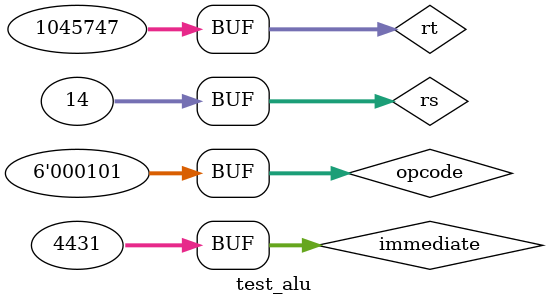
<source format=v>
module test_alu;
	// Inputs
	reg [5:0] opcode;
	reg [31:0] rs,rt,immediate;
	// Outputs
	wire carryout,zero,overflow;
	wire [31:0] result;

	aluModul tester(	.OPCode(opcode),.Rs(rs),.Rt(rt),.Immediate(immediate),
		.Result(result),.carryOut(carryout),.Zero(zero),.overFlow(overflow));

	initial begin
		opcode = 6'b001000;//ADDI
		rs = 0;
		rt = 0;
		immediate=32'd46313;
		#100
        
		opcode = 6'b001001;//ADDIU
		rs = 32'hffffffff;
		rt = 32'h0000000f;
		immediate=32'd45463;
		#100;
		
		opcode = 6'b001100;//ANDI
		rs = 11068;
		rt = 15786;
		immediate=32'd5313;
		#100;
		
		opcode = 6'b001101;//ORI
		rs = 110234;
		rt = 104567;
		immediate=32'd76313;
		#100;
		
		opcode = 6'b001111;//LUI
		rs = 11024;
		rt = 10234;
		immediate=32'd46354;
		#100;				
		
		opcode = 6'b001011;//SLTIU
		rs = 32'b10000000000000000000000000000000;
		rt = 1023;
		immediate=32'd4653;
		#100;		
			
		opcode = 6'b001010;//SLTI
		rs = -32'd6;
		rt = -32'd6;
		immediate=32'd468453;
		#100;
		
		opcode = 6'b000100;//BEQ
		rs = 1104345;
		rt = 106756;
		immediate=32'd4684;
		#100;

		opcode = 6'b000101;//BNE
		rs = 32'b001110;
		rt = 1045747;
		immediate=32'd4431;
		#100;
		
	end
      
endmodule

</source>
